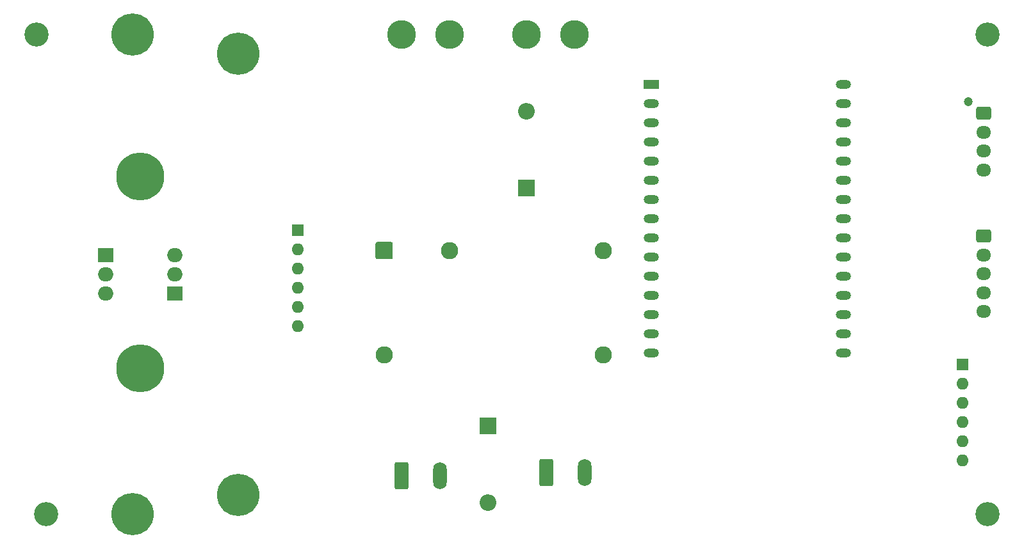
<source format=gbr>
%TF.GenerationSoftware,KiCad,Pcbnew,8.0.8+1*%
%TF.CreationDate,2025-02-28T13:08:23+11:00*%
%TF.ProjectId,mcharger_if,6d636861-7267-4657-925f-69662e6b6963,rev?*%
%TF.SameCoordinates,Original*%
%TF.FileFunction,Soldermask,Bot*%
%TF.FilePolarity,Negative*%
%FSLAX46Y46*%
G04 Gerber Fmt 4.6, Leading zero omitted, Abs format (unit mm)*
G04 Created by KiCad (PCBNEW 8.0.8+1) date 2025-02-28 13:08:23*
%MOMM*%
%LPD*%
G01*
G04 APERTURE LIST*
G04 Aperture macros list*
%AMRoundRect*
0 Rectangle with rounded corners*
0 $1 Rounding radius*
0 $2 $3 $4 $5 $6 $7 $8 $9 X,Y pos of 4 corners*
0 Add a 4 corners polygon primitive as box body*
4,1,4,$2,$3,$4,$5,$6,$7,$8,$9,$2,$3,0*
0 Add four circle primitives for the rounded corners*
1,1,$1+$1,$2,$3*
1,1,$1+$1,$4,$5*
1,1,$1+$1,$6,$7*
1,1,$1+$1,$8,$9*
0 Add four rect primitives between the rounded corners*
20,1,$1+$1,$2,$3,$4,$5,0*
20,1,$1+$1,$4,$5,$6,$7,0*
20,1,$1+$1,$6,$7,$8,$9,0*
20,1,$1+$1,$8,$9,$2,$3,0*%
G04 Aperture macros list end*
%ADD10C,3.600000*%
%ADD11C,5.600000*%
%ADD12R,1.600000X1.600000*%
%ADD13O,1.600000X1.600000*%
%ADD14C,2.600000*%
%ADD15C,3.800000*%
%ADD16C,3.200000*%
%ADD17R,2.000000X1.905000*%
%ADD18O,2.000000X1.905000*%
%ADD19R,2.200000X2.200000*%
%ADD20O,2.200000X2.200000*%
%ADD21RoundRect,0.250000X-0.893000X0.893000X-0.893000X-0.893000X0.893000X-0.893000X0.893000X0.893000X0*%
%ADD22C,2.286000*%
%ADD23RoundRect,0.250000X-0.650000X-1.550000X0.650000X-1.550000X0.650000X1.550000X-0.650000X1.550000X0*%
%ADD24O,1.800000X3.600000*%
%ADD25RoundRect,0.250000X-0.725000X0.600000X-0.725000X-0.600000X0.725000X-0.600000X0.725000X0.600000X0*%
%ADD26O,1.950000X1.700000*%
%ADD27R,2.000000X1.200000*%
%ADD28O,2.000000X1.200000*%
%ADD29C,1.200000*%
%ADD30C,6.350000*%
G04 APERTURE END LIST*
D10*
%TO.C,VOUT+48V1*%
X64770000Y-124460000D03*
D11*
X64770000Y-124460000D03*
%TD*%
D12*
%TO.C,U5*%
X72644000Y-89408000D03*
D13*
X72644000Y-91948000D03*
X72644000Y-94488000D03*
X72644000Y-97028000D03*
X72644000Y-99568000D03*
X72644000Y-102108000D03*
%TD*%
D14*
%TO.C,SMPS_VOUT_V12VP1*%
X102870000Y-63500000D03*
D15*
X102870000Y-63500000D03*
%TD*%
D16*
%TO.C,H3*%
X163830000Y-63500000D03*
%TD*%
%TO.C,H4*%
X163830000Y-127000000D03*
%TD*%
D17*
%TO.C,Q1*%
X56388000Y-97790000D03*
D18*
X56388000Y-95250000D03*
X56388000Y-92710000D03*
%TD*%
D19*
%TO.C,D2*%
X102870000Y-83820000D03*
D20*
X102870000Y-73660000D03*
%TD*%
D10*
%TO.C,VIN-48V1*%
X50800000Y-63500000D03*
D11*
X50800000Y-63500000D03*
%TD*%
D21*
%TO.C,U1*%
X84052000Y-92160000D03*
D22*
X84052000Y-105960000D03*
X113052000Y-105960000D03*
X113052000Y-92160000D03*
X92710000Y-92176600D03*
%TD*%
D17*
%TO.C,Q2*%
X47244000Y-92710000D03*
D18*
X47244000Y-95250000D03*
X47244000Y-97790000D03*
%TD*%
D23*
%TO.C,J1*%
X86360000Y-121920000D03*
D24*
X91440000Y-121920000D03*
%TD*%
D14*
%TO.C,SMPS_VINN1*%
X92710000Y-63500000D03*
D15*
X92710000Y-63500000D03*
%TD*%
D12*
%TO.C,U3*%
X160528000Y-107188000D03*
D13*
X160528000Y-109728000D03*
X160528000Y-112268000D03*
X160528000Y-114808000D03*
X160528000Y-117348000D03*
X160528000Y-119888000D03*
%TD*%
D16*
%TO.C,H1*%
X38100000Y-63500000D03*
%TD*%
D14*
%TO.C,SMPS_VOUT_12VN1*%
X109220000Y-63500000D03*
D15*
X109220000Y-63500000D03*
%TD*%
D25*
%TO.C,J4*%
X163290000Y-90210000D03*
D26*
X163290000Y-92710000D03*
X163290000Y-95210000D03*
X163290000Y-97710000D03*
X163290000Y-100210000D03*
%TD*%
D27*
%TO.C,U2*%
X119380000Y-70104000D03*
D28*
X119380000Y-72644000D03*
X119380000Y-75184000D03*
X119380000Y-77724000D03*
X119380000Y-80264000D03*
X119380000Y-82804000D03*
X119380000Y-85344000D03*
X119380000Y-87884000D03*
X119380000Y-90424000D03*
X119380000Y-92964000D03*
X119380000Y-95504000D03*
X119380000Y-98044000D03*
X119380000Y-100584000D03*
X119380000Y-103124000D03*
X119380000Y-105664000D03*
X144780000Y-105664000D03*
X144780000Y-103124000D03*
X144780000Y-100584000D03*
X144780000Y-98044000D03*
X144780000Y-95504000D03*
X144780000Y-92964000D03*
X144780000Y-90424000D03*
X144780000Y-87884000D03*
X144780000Y-85344000D03*
X144780000Y-82804000D03*
X144780000Y-80264000D03*
X144780000Y-77724000D03*
X144780000Y-75184000D03*
X144780000Y-72644000D03*
X144780000Y-70104000D03*
%TD*%
D10*
%TO.C,VOUT-48V3*%
X50800000Y-127000000D03*
D11*
X50800000Y-127000000D03*
%TD*%
D19*
%TO.C,D3*%
X97790000Y-115316000D03*
D20*
X97790000Y-125476000D03*
%TD*%
D10*
%TO.C,VIN+48V1*%
X64770000Y-66040000D03*
D11*
X64770000Y-66040000D03*
%TD*%
D29*
%TO.C,J3*%
X161290000Y-72390000D03*
D25*
X163290000Y-73990000D03*
D26*
X163290000Y-76490000D03*
X163290000Y-78990000D03*
X163290000Y-81490000D03*
%TD*%
D30*
%TO.C,U4*%
X51816000Y-82296000D03*
X51816000Y-107696000D03*
%TD*%
D16*
%TO.C,H2*%
X39370000Y-127000000D03*
%TD*%
D23*
%TO.C,J2*%
X105465000Y-121527500D03*
D24*
X110545000Y-121527500D03*
%TD*%
D14*
%TO.C,SMPS_VINP1*%
X86360000Y-63500000D03*
D15*
X86360000Y-63500000D03*
%TD*%
M02*

</source>
